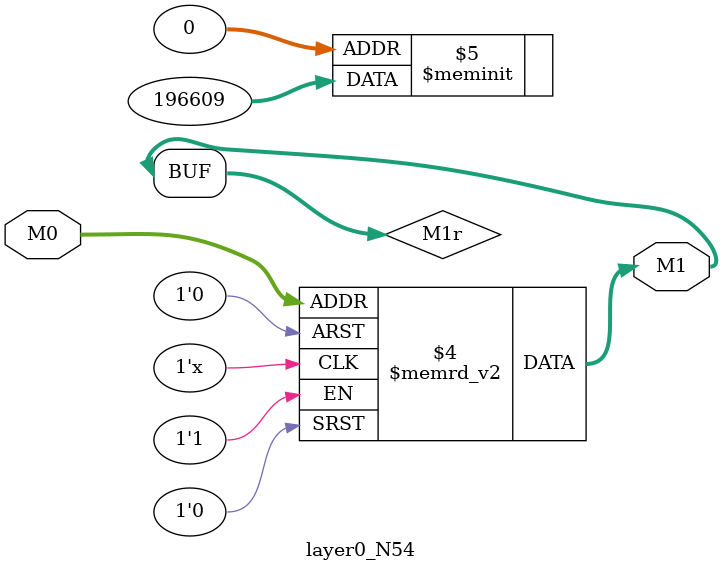
<source format=v>
module layer0_N54 ( input [3:0] M0, output [1:0] M1 );

	(*rom_style = "distributed" *) reg [1:0] M1r;
	assign M1 = M1r;
	always @ (M0) begin
		case (M0)
			4'b0000: M1r = 2'b01;
			4'b1000: M1r = 2'b11;
			4'b0100: M1r = 2'b00;
			4'b1100: M1r = 2'b00;
			4'b0010: M1r = 2'b00;
			4'b1010: M1r = 2'b00;
			4'b0110: M1r = 2'b00;
			4'b1110: M1r = 2'b00;
			4'b0001: M1r = 2'b00;
			4'b1001: M1r = 2'b00;
			4'b0101: M1r = 2'b00;
			4'b1101: M1r = 2'b00;
			4'b0011: M1r = 2'b00;
			4'b1011: M1r = 2'b00;
			4'b0111: M1r = 2'b00;
			4'b1111: M1r = 2'b00;

		endcase
	end
endmodule

</source>
